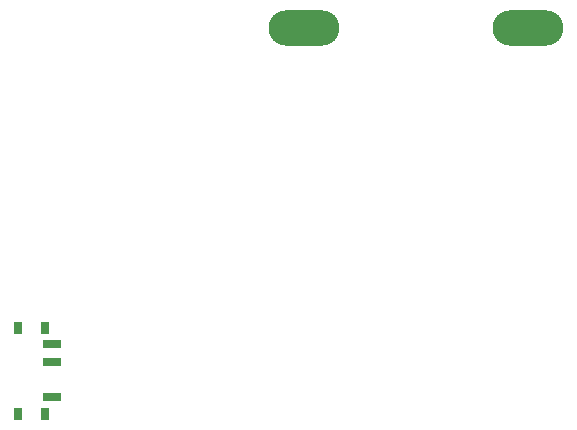
<source format=gbr>
%TF.GenerationSoftware,KiCad,Pcbnew,(5.1.10)-1*%
%TF.CreationDate,2021-10-17T16:42:44+02:00*%
%TF.ProjectId,TVZ_kuglica,54565a5f-6b75-4676-9c69-63612e6b6963,rev?*%
%TF.SameCoordinates,Original*%
%TF.FileFunction,Paste,Bot*%
%TF.FilePolarity,Positive*%
%FSLAX46Y46*%
G04 Gerber Fmt 4.6, Leading zero omitted, Abs format (unit mm)*
G04 Created by KiCad (PCBNEW (5.1.10)-1) date 2021-10-17 16:42:44*
%MOMM*%
%LPD*%
G01*
G04 APERTURE LIST*
%ADD10R,1.500000X0.700000*%
%ADD11R,0.800000X1.000000*%
%ADD12O,6.000000X3.000000*%
G04 APERTURE END LIST*
D10*
%TO.C,SW1*%
X105930000Y-102000000D03*
X105930000Y-99000000D03*
X105930000Y-97500000D03*
D11*
X103070000Y-103400000D03*
X103070000Y-96100000D03*
X105280000Y-96100000D03*
X105280000Y-103400000D03*
%TD*%
D12*
%TO.C,BT1*%
X127250000Y-70750000D03*
X146250000Y-70750000D03*
%TD*%
M02*

</source>
